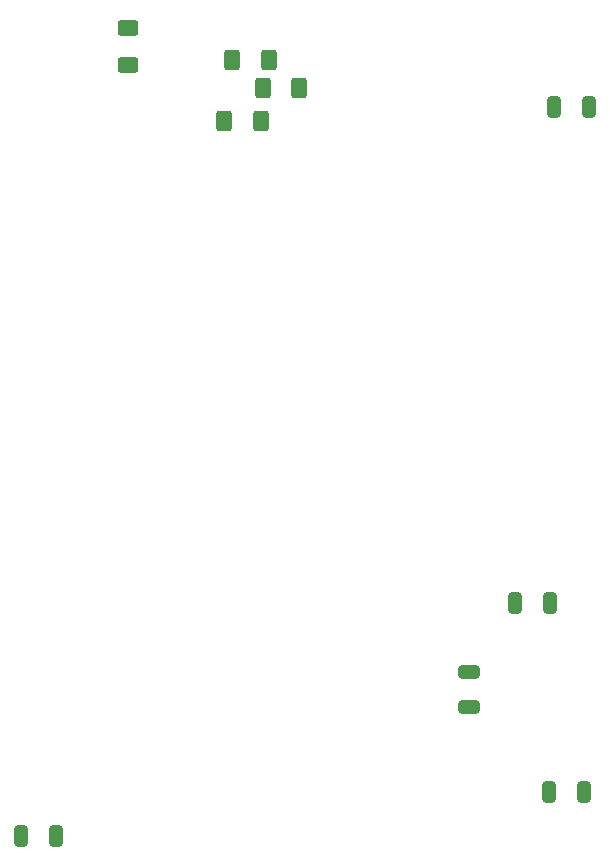
<source format=gbr>
%TF.GenerationSoftware,KiCad,Pcbnew,7.0.5-7.0.5~ubuntu20.04.1*%
%TF.CreationDate,2023-07-18T13:55:01+02:00*%
%TF.ProjectId,CPU6502_6802,43505536-3530-4325-9f36-3830322e6b69,rev?*%
%TF.SameCoordinates,Original*%
%TF.FileFunction,Paste,Bot*%
%TF.FilePolarity,Positive*%
%FSLAX46Y46*%
G04 Gerber Fmt 4.6, Leading zero omitted, Abs format (unit mm)*
G04 Created by KiCad (PCBNEW 7.0.5-7.0.5~ubuntu20.04.1) date 2023-07-18 13:55:01*
%MOMM*%
%LPD*%
G01*
G04 APERTURE LIST*
G04 Aperture macros list*
%AMRoundRect*
0 Rectangle with rounded corners*
0 $1 Rounding radius*
0 $2 $3 $4 $5 $6 $7 $8 $9 X,Y pos of 4 corners*
0 Add a 4 corners polygon primitive as box body*
4,1,4,$2,$3,$4,$5,$6,$7,$8,$9,$2,$3,0*
0 Add four circle primitives for the rounded corners*
1,1,$1+$1,$2,$3*
1,1,$1+$1,$4,$5*
1,1,$1+$1,$6,$7*
1,1,$1+$1,$8,$9*
0 Add four rect primitives between the rounded corners*
20,1,$1+$1,$2,$3,$4,$5,0*
20,1,$1+$1,$4,$5,$6,$7,0*
20,1,$1+$1,$6,$7,$8,$9,0*
20,1,$1+$1,$8,$9,$2,$3,0*%
G04 Aperture macros list end*
%ADD10RoundRect,0.250000X0.325000X0.650000X-0.325000X0.650000X-0.325000X-0.650000X0.325000X-0.650000X0*%
%ADD11RoundRect,0.250000X-0.400000X-0.625000X0.400000X-0.625000X0.400000X0.625000X-0.400000X0.625000X0*%
%ADD12RoundRect,0.250000X0.625000X-0.400000X0.625000X0.400000X-0.625000X0.400000X-0.625000X-0.400000X0*%
%ADD13RoundRect,0.250000X-0.325000X-0.650000X0.325000X-0.650000X0.325000X0.650000X-0.325000X0.650000X0*%
%ADD14RoundRect,0.250000X0.400000X0.625000X-0.400000X0.625000X-0.400000X-0.625000X0.400000X-0.625000X0*%
%ADD15RoundRect,0.250000X-0.650000X0.325000X-0.650000X-0.325000X0.650000X-0.325000X0.650000X0.325000X0*%
G04 APERTURE END LIST*
D10*
%TO.C,C2*%
X139652800Y-130810000D03*
X136702800Y-130810000D03*
%TD*%
D11*
%TO.C,R1*%
X157124400Y-67538600D03*
X160224400Y-67538600D03*
%TD*%
D12*
%TO.C,R11*%
X145719800Y-65533200D03*
X145719800Y-62433200D03*
%TD*%
D13*
%TO.C,C7*%
X178533000Y-111135805D03*
X181483000Y-111135805D03*
%TD*%
%TO.C,C8*%
X181405000Y-127137805D03*
X184355000Y-127137805D03*
%TD*%
%TO.C,C3*%
X181836800Y-69113400D03*
X184786800Y-69113400D03*
%TD*%
D14*
%TO.C,R10*%
X157633000Y-65125600D03*
X154533000Y-65125600D03*
%TD*%
%TO.C,R9*%
X156972000Y-70332600D03*
X153872000Y-70332600D03*
%TD*%
D15*
%TO.C,C6*%
X174625000Y-116977805D03*
X174625000Y-119927805D03*
%TD*%
M02*

</source>
